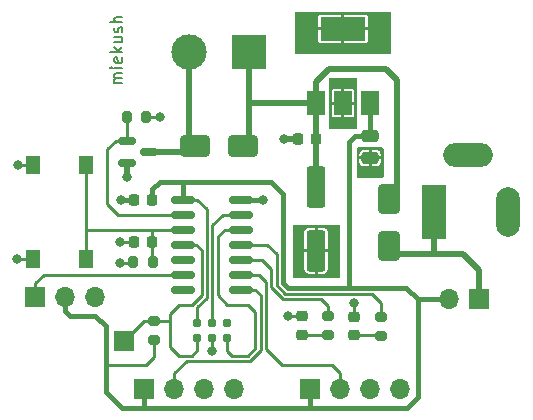
<source format=gbr>
%TF.GenerationSoftware,KiCad,Pcbnew,(7.0.0)*%
%TF.CreationDate,2023-03-04T14:16:48-06:00*%
%TF.ProjectId,pic16-pump-controller,70696331-362d-4707-956d-702d636f6e74,rev?*%
%TF.SameCoordinates,Original*%
%TF.FileFunction,Copper,L1,Top*%
%TF.FilePolarity,Positive*%
%FSLAX46Y46*%
G04 Gerber Fmt 4.6, Leading zero omitted, Abs format (unit mm)*
G04 Created by KiCad (PCBNEW (7.0.0)) date 2023-03-04 14:16:48*
%MOMM*%
%LPD*%
G01*
G04 APERTURE LIST*
G04 Aperture macros list*
%AMRoundRect*
0 Rectangle with rounded corners*
0 $1 Rounding radius*
0 $2 $3 $4 $5 $6 $7 $8 $9 X,Y pos of 4 corners*
0 Add a 4 corners polygon primitive as box body*
4,1,4,$2,$3,$4,$5,$6,$7,$8,$9,$2,$3,0*
0 Add four circle primitives for the rounded corners*
1,1,$1+$1,$2,$3*
1,1,$1+$1,$4,$5*
1,1,$1+$1,$6,$7*
1,1,$1+$1,$8,$9*
0 Add four rect primitives between the rounded corners*
20,1,$1+$1,$2,$3,$4,$5,0*
20,1,$1+$1,$4,$5,$6,$7,0*
20,1,$1+$1,$6,$7,$8,$9,0*
20,1,$1+$1,$8,$9,$2,$3,0*%
G04 Aperture macros list end*
%ADD10C,0.150000*%
%TA.AperFunction,NonConductor*%
%ADD11C,0.150000*%
%TD*%
%TA.AperFunction,ComponentPad*%
%ADD12R,1.700000X1.700000*%
%TD*%
%TA.AperFunction,ComponentPad*%
%ADD13O,1.700000X1.700000*%
%TD*%
%TA.AperFunction,SMDPad,CuDef*%
%ADD14RoundRect,0.250000X-0.550000X1.500000X-0.550000X-1.500000X0.550000X-1.500000X0.550000X1.500000X0*%
%TD*%
%TA.AperFunction,SMDPad,CuDef*%
%ADD15RoundRect,0.250000X1.000000X0.650000X-1.000000X0.650000X-1.000000X-0.650000X1.000000X-0.650000X0*%
%TD*%
%TA.AperFunction,SMDPad,CuDef*%
%ADD16RoundRect,0.225000X0.225000X0.250000X-0.225000X0.250000X-0.225000X-0.250000X0.225000X-0.250000X0*%
%TD*%
%TA.AperFunction,SMDPad,CuDef*%
%ADD17RoundRect,0.200000X0.275000X-0.200000X0.275000X0.200000X-0.275000X0.200000X-0.275000X-0.200000X0*%
%TD*%
%TA.AperFunction,SMDPad,CuDef*%
%ADD18RoundRect,0.200000X-0.200000X-0.275000X0.200000X-0.275000X0.200000X0.275000X-0.200000X0.275000X0*%
%TD*%
%TA.AperFunction,SMDPad,CuDef*%
%ADD19RoundRect,0.250000X-0.475000X0.250000X-0.475000X-0.250000X0.475000X-0.250000X0.475000X0.250000X0*%
%TD*%
%TA.AperFunction,SMDPad,CuDef*%
%ADD20RoundRect,0.200000X-0.275000X0.200000X-0.275000X-0.200000X0.275000X-0.200000X0.275000X0.200000X0*%
%TD*%
%TA.AperFunction,ComponentPad*%
%ADD21R,3.000000X3.000000*%
%TD*%
%TA.AperFunction,ComponentPad*%
%ADD22C,3.000000*%
%TD*%
%TA.AperFunction,ComponentPad*%
%ADD23R,2.000000X4.600000*%
%TD*%
%TA.AperFunction,ComponentPad*%
%ADD24O,2.000000X4.200000*%
%TD*%
%TA.AperFunction,ComponentPad*%
%ADD25O,4.200000X2.000000*%
%TD*%
%TA.AperFunction,SMDPad,CuDef*%
%ADD26RoundRect,0.150000X-0.825000X-0.150000X0.825000X-0.150000X0.825000X0.150000X-0.825000X0.150000X0*%
%TD*%
%TA.AperFunction,SMDPad,CuDef*%
%ADD27RoundRect,0.150000X-0.587500X-0.150000X0.587500X-0.150000X0.587500X0.150000X-0.587500X0.150000X0*%
%TD*%
%TA.AperFunction,SMDPad,CuDef*%
%ADD28RoundRect,0.218750X-0.256250X0.218750X-0.256250X-0.218750X0.256250X-0.218750X0.256250X0.218750X0*%
%TD*%
%TA.AperFunction,SMDPad,CuDef*%
%ADD29R,1.500000X2.000000*%
%TD*%
%TA.AperFunction,SMDPad,CuDef*%
%ADD30R,3.800000X2.000000*%
%TD*%
%TA.AperFunction,ConnectorPad*%
%ADD31C,0.787400*%
%TD*%
%TA.AperFunction,SMDPad,CuDef*%
%ADD32RoundRect,0.250000X-0.650000X1.000000X-0.650000X-1.000000X0.650000X-1.000000X0.650000X1.000000X0*%
%TD*%
%TA.AperFunction,SMDPad,CuDef*%
%ADD33R,1.300000X1.550000*%
%TD*%
%TA.AperFunction,ViaPad*%
%ADD34C,0.800000*%
%TD*%
%TA.AperFunction,Conductor*%
%ADD35C,0.508000*%
%TD*%
%TA.AperFunction,Conductor*%
%ADD36C,0.381000*%
%TD*%
%TA.AperFunction,Conductor*%
%ADD37C,0.254000*%
%TD*%
G04 APERTURE END LIST*
D10*
D11*
X87310780Y-89119104D02*
X86644114Y-89119104D01*
X86739352Y-89119104D02*
X86691733Y-89071485D01*
X86691733Y-89071485D02*
X86644114Y-88976247D01*
X86644114Y-88976247D02*
X86644114Y-88833390D01*
X86644114Y-88833390D02*
X86691733Y-88738152D01*
X86691733Y-88738152D02*
X86786971Y-88690533D01*
X86786971Y-88690533D02*
X87310780Y-88690533D01*
X86786971Y-88690533D02*
X86691733Y-88642914D01*
X86691733Y-88642914D02*
X86644114Y-88547676D01*
X86644114Y-88547676D02*
X86644114Y-88404819D01*
X86644114Y-88404819D02*
X86691733Y-88309580D01*
X86691733Y-88309580D02*
X86786971Y-88261961D01*
X86786971Y-88261961D02*
X87310780Y-88261961D01*
X87310780Y-87785771D02*
X86644114Y-87785771D01*
X86310780Y-87785771D02*
X86358400Y-87833390D01*
X86358400Y-87833390D02*
X86406019Y-87785771D01*
X86406019Y-87785771D02*
X86358400Y-87738152D01*
X86358400Y-87738152D02*
X86310780Y-87785771D01*
X86310780Y-87785771D02*
X86406019Y-87785771D01*
X87263161Y-86928629D02*
X87310780Y-87023867D01*
X87310780Y-87023867D02*
X87310780Y-87214343D01*
X87310780Y-87214343D02*
X87263161Y-87309581D01*
X87263161Y-87309581D02*
X87167923Y-87357200D01*
X87167923Y-87357200D02*
X86786971Y-87357200D01*
X86786971Y-87357200D02*
X86691733Y-87309581D01*
X86691733Y-87309581D02*
X86644114Y-87214343D01*
X86644114Y-87214343D02*
X86644114Y-87023867D01*
X86644114Y-87023867D02*
X86691733Y-86928629D01*
X86691733Y-86928629D02*
X86786971Y-86881010D01*
X86786971Y-86881010D02*
X86882209Y-86881010D01*
X86882209Y-86881010D02*
X86977447Y-87357200D01*
X87310780Y-86452438D02*
X86310780Y-86452438D01*
X86929828Y-86357200D02*
X87310780Y-86071486D01*
X86644114Y-86071486D02*
X87025066Y-86452438D01*
X86644114Y-85214343D02*
X87310780Y-85214343D01*
X86644114Y-85642914D02*
X87167923Y-85642914D01*
X87167923Y-85642914D02*
X87263161Y-85595295D01*
X87263161Y-85595295D02*
X87310780Y-85500057D01*
X87310780Y-85500057D02*
X87310780Y-85357200D01*
X87310780Y-85357200D02*
X87263161Y-85261962D01*
X87263161Y-85261962D02*
X87215542Y-85214343D01*
X87263161Y-84785771D02*
X87310780Y-84690533D01*
X87310780Y-84690533D02*
X87310780Y-84500057D01*
X87310780Y-84500057D02*
X87263161Y-84404819D01*
X87263161Y-84404819D02*
X87167923Y-84357200D01*
X87167923Y-84357200D02*
X87120304Y-84357200D01*
X87120304Y-84357200D02*
X87025066Y-84404819D01*
X87025066Y-84404819D02*
X86977447Y-84500057D01*
X86977447Y-84500057D02*
X86977447Y-84642914D01*
X86977447Y-84642914D02*
X86929828Y-84738152D01*
X86929828Y-84738152D02*
X86834590Y-84785771D01*
X86834590Y-84785771D02*
X86786971Y-84785771D01*
X86786971Y-84785771D02*
X86691733Y-84738152D01*
X86691733Y-84738152D02*
X86644114Y-84642914D01*
X86644114Y-84642914D02*
X86644114Y-84500057D01*
X86644114Y-84500057D02*
X86691733Y-84404819D01*
X87310780Y-83928628D02*
X86310780Y-83928628D01*
X87310780Y-83500057D02*
X86786971Y-83500057D01*
X86786971Y-83500057D02*
X86691733Y-83547676D01*
X86691733Y-83547676D02*
X86644114Y-83642914D01*
X86644114Y-83642914D02*
X86644114Y-83785771D01*
X86644114Y-83785771D02*
X86691733Y-83881009D01*
X86691733Y-83881009D02*
X86739352Y-83928628D01*
D12*
%TO.P,TP1,1,1*%
%TO.N,RST*%
X87426799Y-110896399D03*
%TD*%
D13*
%TO.P,JP1,2,B*%
%TO.N,+5V*%
X114959999Y-107391199D03*
D12*
%TO.P,JP1,1,A*%
%TO.N,/VIN*%
X117499999Y-107391199D03*
%TD*%
%TO.P,J6,1,Pin_1*%
%TO.N,SOIL_MST*%
X79959999Y-107249999D03*
D13*
%TO.P,J6,2,Pin_2*%
%TO.N,+5V*%
X82499999Y-107249999D03*
%TO.P,J6,3,Pin_3*%
%TO.N,GND*%
X85039999Y-107249999D03*
%TD*%
D12*
%TO.P,J4,1,Pin_1*%
%TO.N,+5V*%
X103189999Y-114999999D03*
D13*
%TO.P,J4,2,Pin_2*%
%TO.N,LVL_SW2*%
X105729999Y-114999999D03*
%TO.P,J4,3,Pin_3*%
%TO.N,GND*%
X108269999Y-114999999D03*
%TO.P,J4,4,Pin_4*%
X110809999Y-114999999D03*
%TD*%
D12*
%TO.P,J3,1,Pin_1*%
%TO.N,+5V*%
X89189999Y-114999999D03*
D13*
%TO.P,J3,2,Pin_2*%
%TO.N,LVL_SW1*%
X91729999Y-114999999D03*
%TO.P,J3,3,Pin_3*%
%TO.N,GND*%
X94269999Y-114999999D03*
%TO.P,J3,4,Pin_4*%
X96809999Y-114999999D03*
%TD*%
D14*
%TO.P,C1,2*%
%TO.N,GND*%
X103733600Y-103284000D03*
%TO.P,C1,1*%
%TO.N,+12V*%
X103733600Y-97884000D03*
%TD*%
D15*
%TO.P,D1,1,K*%
%TO.N,+12V*%
X97500000Y-94411800D03*
%TO.P,D1,2,A*%
%TO.N,/PUMP_N*%
X93500000Y-94411800D03*
%TD*%
D16*
%TO.P,C4,1*%
%TO.N,+5V*%
X89852800Y-98958400D03*
%TO.P,C4,2*%
%TO.N,GND*%
X88302800Y-98958400D03*
%TD*%
D17*
%TO.P,R5,1*%
%TO.N,+5V*%
X90017600Y-110857800D03*
%TO.P,R5,2*%
%TO.N,RST*%
X90017600Y-109207800D03*
%TD*%
D18*
%TO.P,R2,1*%
%TO.N,+5V*%
X88252800Y-104267000D03*
%TO.P,R2,2*%
%TO.N,PUMP_SW*%
X89902800Y-104267000D03*
%TD*%
D19*
%TO.P,C3,2*%
%TO.N,GND*%
X108294200Y-95438000D03*
%TO.P,C3,1*%
%TO.N,+5V*%
X108294200Y-93538000D03*
%TD*%
D20*
%TO.P,R4,1*%
%TO.N,PUMP_LED*%
X109220000Y-108877600D03*
%TO.P,R4,2*%
%TO.N,Net-(D4-A)*%
X109220000Y-110527600D03*
%TD*%
D21*
%TO.P,J1,1,Pin_1*%
%TO.N,+12V*%
X98039999Y-86499999D03*
D22*
%TO.P,J1,2,Pin_2*%
%TO.N,/PUMP_N*%
X92960000Y-86500000D03*
%TD*%
D23*
%TO.P,J2,1*%
%TO.N,/VIN*%
X113690399Y-99999999D03*
D24*
%TO.P,J2,2*%
%TO.N,GND*%
X119990399Y-99999999D03*
D25*
%TO.P,J2,3*%
X116590399Y-95199999D03*
%TD*%
D26*
%TO.P,U2,1,VDD*%
%TO.N,+5V*%
X92444800Y-98958400D03*
%TO.P,U2,2,RA5*%
%TO.N,PUMP_EN*%
X92444800Y-100228400D03*
%TO.P,U2,3,RA4*%
%TO.N,PUMP_SW*%
X92444800Y-101498400D03*
%TO.P,U2,4,RA3/~{MCLR}*%
%TO.N,RST*%
X92444800Y-102768400D03*
%TO.P,U2,5,RC5*%
%TO.N,unconnected-(U2-RC5-Pad5)*%
X92444800Y-104038400D03*
%TO.P,U2,6,RC4*%
%TO.N,SOIL_MST*%
X92444800Y-105308400D03*
%TO.P,U2,7,RC3*%
%TO.N,unconnected-(U2-RC3-Pad7)*%
X92444800Y-106578400D03*
%TO.P,U2,8,RC2*%
%TO.N,LVL_SW1*%
X97394800Y-106578400D03*
%TO.P,U2,9,RC1*%
%TO.N,LVL_SW2*%
X97394800Y-105308400D03*
%TO.P,U2,10,RC0*%
%TO.N,EN_LED*%
X97394800Y-104038400D03*
%TO.P,U2,11,RA2*%
%TO.N,PUMP_LED*%
X97394800Y-102768400D03*
%TO.P,U2,12,RA1/PGC*%
%TO.N,ICSPCLK*%
X97394800Y-101498400D03*
%TO.P,U2,13,RA0/PGD*%
%TO.N,ICSPDAT*%
X97394800Y-100228400D03*
%TO.P,U2,14,VSS*%
%TO.N,GND*%
X97394800Y-98958400D03*
%TD*%
D27*
%TO.P,Q1,1,G*%
%TO.N,PUMP_EN*%
X87706200Y-93985000D03*
%TO.P,Q1,2,S*%
%TO.N,GND*%
X87706200Y-95885000D03*
%TO.P,Q1,3,D*%
%TO.N,/PUMP_N*%
X89581200Y-94935000D03*
%TD*%
D18*
%TO.P,R1,1*%
%TO.N,PUMP_EN*%
X87694000Y-91998800D03*
%TO.P,R1,2*%
%TO.N,GND*%
X89344000Y-91998800D03*
%TD*%
D28*
%TO.P,D3,1,K*%
%TO.N,GND*%
X102539800Y-108838900D03*
%TO.P,D3,2,A*%
%TO.N,Net-(D3-A)*%
X102539800Y-110413900D03*
%TD*%
D16*
%TO.P,C5,1*%
%TO.N,PUMP_SW*%
X89852800Y-102565200D03*
%TO.P,C5,2*%
%TO.N,GND*%
X88302800Y-102565200D03*
%TD*%
D29*
%TO.P,U1,1,IN*%
%TO.N,+12V*%
X103694199Y-90804999D03*
%TO.P,U1,2,GND*%
%TO.N,GND*%
X105994199Y-90804999D03*
D30*
X105994199Y-84504999D03*
D29*
%TO.P,U1,3,OUT*%
%TO.N,+5V*%
X108294199Y-90804999D03*
%TD*%
D16*
%TO.P,C2,2*%
%TO.N,GND*%
X102171200Y-93827600D03*
%TO.P,C2,1*%
%TO.N,+12V*%
X103721200Y-93827600D03*
%TD*%
D31*
%TO.P,J5,1,~{MCLR}/VPP*%
%TO.N,RST*%
X93675200Y-110667800D03*
%TO.P,J5,2,VDD*%
%TO.N,+5V*%
X93675200Y-109397800D03*
%TO.P,J5,3,VSS*%
%TO.N,GND*%
X94945200Y-110667800D03*
%TO.P,J5,4,PGD/ICSPDAT*%
%TO.N,ICSPDAT*%
X94945200Y-109397800D03*
%TO.P,J5,5,PGC/ICSPCLK*%
%TO.N,ICSPCLK*%
X96215200Y-110667800D03*
%TO.P,J5,6,PGM/LVP*%
%TO.N,unconnected-(J5-PGM{slash}LVP-Pad6)*%
X96215200Y-109397800D03*
%TD*%
D28*
%TO.P,D4,1,K*%
%TO.N,GND*%
X106934000Y-108864300D03*
%TO.P,D4,2,A*%
%TO.N,Net-(D4-A)*%
X106934000Y-110439300D03*
%TD*%
D20*
%TO.P,R3,1*%
%TO.N,EN_LED*%
X104749600Y-108801400D03*
%TO.P,R3,2*%
%TO.N,Net-(D3-A)*%
X104749600Y-110451400D03*
%TD*%
D32*
%TO.P,D2,2,A*%
%TO.N,/VIN*%
X109931200Y-102914200D03*
%TO.P,D2,1,K*%
%TO.N,+12V*%
X109931200Y-98914200D03*
%TD*%
D33*
%TO.P,SW1,1,1*%
%TO.N,PUMP_SW*%
X84249999Y-96024999D03*
X84249999Y-103974999D03*
%TO.P,SW1,2,2*%
%TO.N,GND*%
X79749999Y-96024999D03*
X79749999Y-103974999D03*
%TD*%
D34*
%TO.N,GND*%
X78486000Y-96012000D03*
X78435200Y-103987600D03*
%TO.N,+5V*%
X87122000Y-104292400D03*
%TO.N,GND*%
X101041200Y-93827600D03*
X105257600Y-101981000D03*
X105257600Y-104648000D03*
X105257600Y-103284000D03*
X102235000Y-104648000D03*
X102235000Y-101981000D03*
X102514400Y-84505000D03*
X102514400Y-83667600D03*
X102514400Y-85344000D03*
X109474000Y-84505000D03*
X109474000Y-83667600D03*
X109474000Y-85344000D03*
X108508800Y-83668400D03*
X108508800Y-84505800D03*
X108508800Y-85344800D03*
X106857800Y-86106000D03*
X107721400Y-86106000D03*
X105130600Y-86106000D03*
X105994200Y-86106000D03*
X104267000Y-86106000D03*
X103479600Y-83667600D03*
X103479600Y-85344000D03*
X103479600Y-84505000D03*
X107862400Y-96647000D03*
X108726000Y-96647000D03*
X105562400Y-89154000D03*
X106426000Y-89154000D03*
X106426000Y-92456000D03*
X105562400Y-92456000D03*
X102235000Y-103284000D03*
X87147400Y-102565200D03*
X106908600Y-107696000D03*
X101320600Y-108839000D03*
X94945200Y-111760000D03*
X87706200Y-97053400D03*
X87172800Y-98958400D03*
X90500200Y-91998800D03*
X99187000Y-98958400D03*
%TD*%
D35*
%TO.N,GND*%
X101041200Y-93827600D02*
X102171200Y-93827600D01*
D36*
X87172800Y-98958400D02*
X88302800Y-98958400D01*
X97394800Y-98958400D02*
X99187000Y-98958400D01*
D37*
%TO.N,+5V*%
X89357200Y-112979200D02*
X90017600Y-112318800D01*
X85902800Y-112979200D02*
X89357200Y-112979200D01*
D36*
X85902800Y-112979200D02*
X85902800Y-109677200D01*
X85902800Y-115214400D02*
X85902800Y-112979200D01*
D37*
X90017600Y-112318800D02*
X90017600Y-110857800D01*
D36*
X112318800Y-107391200D02*
X114960000Y-107391200D01*
X112318800Y-107391200D02*
X112318800Y-115671600D01*
X111344100Y-106416500D02*
X112318800Y-107391200D01*
X106476800Y-106416500D02*
X111344100Y-106416500D01*
X112318800Y-115671600D02*
X111404400Y-116586000D01*
X111404400Y-116586000D02*
X103174800Y-116586000D01*
D35*
%TO.N,/VIN*%
X117500000Y-104952400D02*
X117500000Y-107391200D01*
X113690400Y-103581200D02*
X116128800Y-103581200D01*
X116128800Y-103581200D02*
X117500000Y-104952400D01*
X110598200Y-103581200D02*
X113690400Y-103581200D01*
X113690400Y-103581200D02*
X113690400Y-100000000D01*
X109931200Y-102914200D02*
X110598200Y-103581200D01*
D37*
%TO.N,LVL_SW1*%
X91730000Y-113654400D02*
X91730000Y-115000000D01*
X98130452Y-112620400D02*
X92764000Y-112620400D01*
X92764000Y-112620400D02*
X91730000Y-113654400D01*
X99031400Y-107057800D02*
X99031400Y-111719452D01*
X99031400Y-111719452D02*
X98130452Y-112620400D01*
X98552000Y-106578400D02*
X99031400Y-107057800D01*
X97394800Y-106578400D02*
X98552000Y-106578400D01*
%TO.N,LVL_SW2*%
X105105200Y-112979200D02*
X105730000Y-113604000D01*
X105730000Y-113604000D02*
X105730000Y-115000000D01*
X100812600Y-112979200D02*
X105105200Y-112979200D01*
X99485400Y-105937000D02*
X99485400Y-111652000D01*
X98856800Y-105308400D02*
X99485400Y-105937000D01*
X97394800Y-105308400D02*
X98856800Y-105308400D01*
X99485400Y-111652000D02*
X100812600Y-112979200D01*
D36*
%TO.N,+5V*%
X103190000Y-116570800D02*
X103174800Y-116586000D01*
X103190000Y-115000000D02*
X103190000Y-116570800D01*
X103174800Y-116586000D02*
X89204800Y-116586000D01*
X89190000Y-116571200D02*
X89204800Y-116586000D01*
X89190000Y-115000000D02*
X89190000Y-116571200D01*
X89204800Y-116586000D02*
X87274400Y-116586000D01*
D37*
%TO.N,GND*%
X79737400Y-103987600D02*
X79750000Y-103975000D01*
X78435200Y-103987600D02*
X79737400Y-103987600D01*
X79737000Y-96012000D02*
X79750000Y-96025000D01*
X78486000Y-96012000D02*
X79737000Y-96012000D01*
%TO.N,+5V*%
X88227400Y-104292400D02*
X88252800Y-104267000D01*
X87122000Y-104292400D02*
X88227400Y-104292400D01*
D36*
X82500000Y-108408000D02*
X82500000Y-107250000D01*
X82905600Y-108813600D02*
X82500000Y-108408000D01*
X85902800Y-109677200D02*
X85039200Y-108813600D01*
X85039200Y-108813600D02*
X82905600Y-108813600D01*
X87274400Y-116586000D02*
X85902800Y-115214400D01*
D37*
%TO.N,RST*%
X89115400Y-109207800D02*
X90017600Y-109207800D01*
X87426800Y-110896400D02*
X89115400Y-109207800D01*
X91274400Y-109207800D02*
X91313000Y-109169200D01*
X90017600Y-109207800D02*
X91274400Y-109207800D01*
X91313000Y-108635800D02*
X91313000Y-109169200D01*
X91313000Y-109169200D02*
X91313000Y-111404400D01*
D36*
%TO.N,+5V*%
X101338808Y-106416500D02*
X106476800Y-106416500D01*
X100910900Y-98472500D02*
X100910900Y-105988592D01*
X99898200Y-97459800D02*
X100910900Y-98472500D01*
X94538800Y-97459800D02*
X99898200Y-97459800D01*
X100910900Y-105988592D02*
X101338808Y-106416500D01*
D37*
%TO.N,PUMP_LED*%
X99568000Y-102768400D02*
X97394800Y-102768400D01*
X108470700Y-106934000D02*
X101124452Y-106934000D01*
X100393400Y-106202948D02*
X100393400Y-103593800D01*
X109220000Y-107683300D02*
X108470700Y-106934000D01*
X101124452Y-106934000D02*
X100393400Y-106202948D01*
X100393400Y-103593800D02*
X99568000Y-102768400D01*
X109220000Y-108877600D02*
X109220000Y-107683300D01*
%TO.N,EN_LED*%
X104162201Y-107388001D02*
X100936401Y-107388001D01*
X100936401Y-107388001D02*
X99939400Y-106391000D01*
X104749600Y-107975400D02*
X104162201Y-107388001D01*
X99939400Y-106391000D02*
X99939400Y-104816200D01*
X99939400Y-104816200D02*
X99161600Y-104038400D01*
X104749600Y-108801400D02*
X104749600Y-107975400D01*
X99161600Y-104038400D02*
X97394800Y-104038400D01*
%TO.N,RST*%
X93675200Y-111709200D02*
X93675200Y-110667800D01*
X92075000Y-112166400D02*
X93218000Y-112166400D01*
X91313000Y-111404400D02*
X92075000Y-112166400D01*
X93218000Y-112166400D02*
X93675200Y-111709200D01*
%TO.N,SOIL_MST*%
X80670400Y-105308400D02*
X92444800Y-105308400D01*
X79960000Y-106018800D02*
X80670400Y-105308400D01*
X79960000Y-107250000D02*
X79960000Y-106018800D01*
%TO.N,+5V*%
X93675200Y-98958400D02*
X92444800Y-98958400D01*
X94491200Y-99774400D02*
X93675200Y-98958400D01*
X94491200Y-107268052D02*
X94491200Y-99774400D01*
X93675200Y-109397800D02*
X93675200Y-108084053D01*
X93675200Y-108084053D02*
X94491200Y-107268052D01*
D35*
%TO.N,+12V*%
X98065400Y-90805000D02*
X98040000Y-90779600D01*
X103694200Y-90805000D02*
X98065400Y-90805000D01*
X98040000Y-90779600D02*
X98040000Y-93871800D01*
X98040000Y-86500000D02*
X98040000Y-90779600D01*
X103694200Y-90805000D02*
X103567200Y-90678000D01*
X98040000Y-93871800D02*
X97500000Y-94411800D01*
%TO.N,/PUMP_N*%
X92960000Y-86500000D02*
X92960000Y-93871800D01*
X92960000Y-93871800D02*
X93500000Y-94411800D01*
X89581200Y-94935000D02*
X92976800Y-94935000D01*
X92976800Y-94935000D02*
X93500000Y-94411800D01*
D37*
%TO.N,GND*%
X87147400Y-102565200D02*
X88302800Y-102565200D01*
%TO.N,PUMP_SW*%
X89865200Y-101498400D02*
X84292000Y-101498400D01*
X84250000Y-96025000D02*
X84250000Y-103975000D01*
%TO.N,GND*%
X89344000Y-91998800D02*
X90500200Y-91998800D01*
D36*
%TO.N,+5V*%
X107020400Y-93538000D02*
X106476800Y-94081600D01*
X108294200Y-93538000D02*
X107020400Y-93538000D01*
X106476800Y-94081600D02*
X106476800Y-106416500D01*
D37*
%TO.N,GND*%
X106908600Y-108838900D02*
X106934000Y-108864300D01*
X106908600Y-107696000D02*
X106908600Y-108838900D01*
D36*
%TO.N,+5V*%
X108294200Y-90805000D02*
X108294200Y-93538000D01*
D35*
%TO.N,/PUMP_N*%
X93141800Y-93948000D02*
X93605600Y-94411800D01*
%TO.N,+12V*%
X104775000Y-87884000D02*
X103694200Y-88964800D01*
X109601000Y-87884000D02*
X104775000Y-87884000D01*
X110566200Y-88849200D02*
X109601000Y-87884000D01*
X103694200Y-88964800D02*
X103694200Y-90805000D01*
X109931200Y-98914200D02*
X110566200Y-98279200D01*
X110566200Y-98279200D02*
X110566200Y-88849200D01*
D37*
%TO.N,GND*%
X102539700Y-108839000D02*
X102539800Y-108838900D01*
X101320600Y-108839000D02*
X102539700Y-108839000D01*
D35*
%TO.N,+12V*%
X98221800Y-93795600D02*
X97605600Y-94411800D01*
X103733600Y-97884000D02*
X103733600Y-93662200D01*
X103721200Y-97871600D02*
X103733600Y-97884000D01*
X103721200Y-93649800D02*
X103721200Y-90832000D01*
X103721200Y-90324400D02*
X103719600Y-90322800D01*
X103733600Y-93662200D02*
X103721200Y-93649800D01*
X103721200Y-90832000D02*
X103694200Y-90805000D01*
D37*
%TO.N,PUMP_EN*%
X86029800Y-94716600D02*
X86761400Y-93985000D01*
X86029800Y-99314000D02*
X86029800Y-94716600D01*
X86944200Y-100228400D02*
X86029800Y-99314000D01*
X86761400Y-93985000D02*
X87706200Y-93985000D01*
X92444800Y-100228400D02*
X86944200Y-100228400D01*
%TO.N,PUMP_SW*%
X89852800Y-102565200D02*
X89852800Y-104217000D01*
X89852800Y-104217000D02*
X89902800Y-104267000D01*
X89852800Y-101510800D02*
X89865200Y-101498400D01*
X89852800Y-102565200D02*
X89852800Y-101510800D01*
X92444800Y-101498400D02*
X89865200Y-101498400D01*
D36*
%TO.N,+5V*%
X92444800Y-97499400D02*
X92405200Y-97459800D01*
X92405200Y-97459800D02*
X90474800Y-97459800D01*
X92444800Y-98958400D02*
X92444800Y-97499400D01*
X94538800Y-97459800D02*
X92405200Y-97459800D01*
D37*
%TO.N,GND*%
X94945200Y-110667800D02*
X94945200Y-111760000D01*
D35*
X87706200Y-95885000D02*
X87706200Y-97053400D01*
D36*
%TO.N,+5V*%
X89852800Y-98081800D02*
X89852800Y-98958400D01*
D37*
X94488000Y-97510600D02*
X94538800Y-97459800D01*
D36*
X90474800Y-97459800D02*
X89852800Y-98081800D01*
D37*
%TO.N,Net-(D3-A)*%
X104712100Y-110413900D02*
X104749600Y-110451400D01*
X102539800Y-110413900D02*
X104712100Y-110413900D01*
%TO.N,Net-(D4-A)*%
X109131700Y-110439300D02*
X109220000Y-110527600D01*
X106934000Y-110439300D02*
X109131700Y-110439300D01*
%TO.N,ICSPDAT*%
X94945200Y-101092000D02*
X95808800Y-100228400D01*
X95808800Y-100228400D02*
X97394800Y-100228400D01*
X94945200Y-109397800D02*
X94945200Y-101092000D01*
%TO.N,RST*%
X94037200Y-103257400D02*
X94037200Y-107080000D01*
X93243400Y-107873800D02*
X92075000Y-107873800D01*
X92075000Y-107873800D02*
X91313000Y-108635800D01*
X93548200Y-102768400D02*
X94037200Y-103257400D01*
X94037200Y-107080000D02*
X93243400Y-107873800D01*
X92444800Y-102768400D02*
X93548200Y-102768400D01*
%TO.N,ICSPCLK*%
X95986600Y-101498400D02*
X95399200Y-102085800D01*
X96215200Y-107848400D02*
X97942400Y-107848400D01*
X97942400Y-112166400D02*
X96596200Y-112166400D01*
X95399200Y-107032400D02*
X96215200Y-107848400D01*
X95399200Y-102085800D02*
X95399200Y-107032400D01*
X97394800Y-101498400D02*
X95986600Y-101498400D01*
X96215200Y-111785400D02*
X96215200Y-110667800D01*
X98577400Y-108483400D02*
X98577400Y-111531400D01*
X98577400Y-111531400D02*
X97942400Y-112166400D01*
X96596200Y-112166400D02*
X96215200Y-111785400D01*
X97942400Y-107848400D02*
X98577400Y-108483400D01*
%TO.N,PUMP_EN*%
X87694000Y-91998800D02*
X87694000Y-93972800D01*
X87694000Y-93972800D02*
X87706200Y-93985000D01*
%TD*%
%TA.AperFunction,Conductor*%
%TO.N,GND*%
G36*
X107138500Y-88659263D02*
G01*
X107174737Y-88695500D01*
X107188000Y-88745000D01*
X107188000Y-92865000D01*
X107174737Y-92914500D01*
X107138500Y-92950737D01*
X107089000Y-92964000D01*
X104874000Y-92964000D01*
X104824500Y-92950737D01*
X104788263Y-92914500D01*
X104775000Y-92865000D01*
X104775000Y-91819840D01*
X105044200Y-91819840D01*
X105045147Y-91829461D01*
X105053901Y-91873473D01*
X105061220Y-91891142D01*
X105094589Y-91941082D01*
X105108117Y-91954610D01*
X105158057Y-91987979D01*
X105175726Y-91995298D01*
X105219738Y-92004052D01*
X105229360Y-92005000D01*
X105854167Y-92005000D01*
X105864445Y-92002245D01*
X105867200Y-91991967D01*
X106121200Y-91991967D01*
X106123954Y-92002245D01*
X106134233Y-92005000D01*
X106759040Y-92005000D01*
X106768661Y-92004052D01*
X106812673Y-91995298D01*
X106830342Y-91987979D01*
X106880282Y-91954610D01*
X106893810Y-91941082D01*
X106927179Y-91891142D01*
X106934498Y-91873473D01*
X106943252Y-91829461D01*
X106944200Y-91819840D01*
X106944200Y-90945033D01*
X106941445Y-90934754D01*
X106931167Y-90932000D01*
X106134233Y-90932000D01*
X106123954Y-90934754D01*
X106121200Y-90945033D01*
X106121200Y-91991967D01*
X105867200Y-91991967D01*
X105867200Y-90945033D01*
X105864445Y-90934754D01*
X105854167Y-90932000D01*
X105057233Y-90932000D01*
X105046954Y-90934754D01*
X105044200Y-90945033D01*
X105044200Y-91819840D01*
X104775000Y-91819840D01*
X104775000Y-90664967D01*
X105044200Y-90664967D01*
X105046954Y-90675245D01*
X105057233Y-90678000D01*
X105854167Y-90678000D01*
X105864445Y-90675245D01*
X105867200Y-90664967D01*
X106121200Y-90664967D01*
X106123954Y-90675245D01*
X106134233Y-90678000D01*
X106931167Y-90678000D01*
X106941445Y-90675245D01*
X106944200Y-90664967D01*
X106944200Y-89790160D01*
X106943252Y-89780538D01*
X106934498Y-89736526D01*
X106927179Y-89718857D01*
X106893810Y-89668917D01*
X106880282Y-89655389D01*
X106830342Y-89622020D01*
X106812673Y-89614701D01*
X106768661Y-89605947D01*
X106759040Y-89605000D01*
X106134233Y-89605000D01*
X106123954Y-89607754D01*
X106121200Y-89618033D01*
X106121200Y-90664967D01*
X105867200Y-90664967D01*
X105867200Y-89618033D01*
X105864445Y-89607754D01*
X105854167Y-89605000D01*
X105229360Y-89605000D01*
X105219738Y-89605947D01*
X105175726Y-89614701D01*
X105158057Y-89622020D01*
X105108117Y-89655389D01*
X105094589Y-89668917D01*
X105061220Y-89718857D01*
X105053901Y-89736526D01*
X105045147Y-89780538D01*
X105044200Y-89790160D01*
X105044200Y-90664967D01*
X104775000Y-90664967D01*
X104775000Y-88745000D01*
X104788263Y-88695500D01*
X104824500Y-88659263D01*
X104874000Y-88646000D01*
X107089000Y-88646000D01*
X107138500Y-88659263D01*
G37*
%TD.AperFunction*%
%TD*%
%TA.AperFunction,Conductor*%
%TO.N,GND*%
G36*
X109387700Y-94552063D02*
G01*
X109423937Y-94588300D01*
X109437200Y-94637800D01*
X109437200Y-97030600D01*
X109423937Y-97080100D01*
X109387700Y-97116337D01*
X109338200Y-97129600D01*
X107250200Y-97129600D01*
X107200700Y-97116337D01*
X107164463Y-97080100D01*
X107151200Y-97030600D01*
X107151200Y-95739888D01*
X107369201Y-95739888D01*
X107369416Y-95744504D01*
X107371488Y-95766608D01*
X107374039Y-95778288D01*
X107414403Y-95893642D01*
X107421261Y-95906617D01*
X107492998Y-96003817D01*
X107503382Y-96014201D01*
X107600582Y-96085938D01*
X107613557Y-96092796D01*
X107728909Y-96133159D01*
X107740592Y-96135711D01*
X107762700Y-96137784D01*
X107767308Y-96138000D01*
X108154167Y-96138000D01*
X108164445Y-96135245D01*
X108167200Y-96124967D01*
X108167200Y-96124966D01*
X108421200Y-96124966D01*
X108423954Y-96135244D01*
X108434233Y-96137999D01*
X108821088Y-96137999D01*
X108825704Y-96137783D01*
X108847808Y-96135711D01*
X108859488Y-96133160D01*
X108974842Y-96092796D01*
X108987817Y-96085938D01*
X109085017Y-96014201D01*
X109095401Y-96003817D01*
X109167138Y-95906617D01*
X109173996Y-95893642D01*
X109214359Y-95778290D01*
X109216911Y-95766607D01*
X109218984Y-95744499D01*
X109219200Y-95739892D01*
X109219200Y-95578033D01*
X109216445Y-95567754D01*
X109206167Y-95565000D01*
X108434233Y-95565000D01*
X108423954Y-95567754D01*
X108421200Y-95578033D01*
X108421200Y-96124966D01*
X108167200Y-96124966D01*
X108167200Y-95578033D01*
X108164445Y-95567754D01*
X108154167Y-95565000D01*
X107382234Y-95565000D01*
X107371955Y-95567754D01*
X107369201Y-95578033D01*
X107369201Y-95739888D01*
X107151200Y-95739888D01*
X107151200Y-95297967D01*
X107369200Y-95297967D01*
X107371954Y-95308245D01*
X107382233Y-95311000D01*
X108154167Y-95311000D01*
X108164445Y-95308245D01*
X108167200Y-95297967D01*
X108421200Y-95297967D01*
X108423954Y-95308245D01*
X108434233Y-95311000D01*
X109206166Y-95311000D01*
X109216444Y-95308245D01*
X109219199Y-95297967D01*
X109219199Y-95136112D01*
X109218983Y-95131495D01*
X109216911Y-95109391D01*
X109214360Y-95097711D01*
X109173996Y-94982357D01*
X109167138Y-94969382D01*
X109095401Y-94872182D01*
X109085017Y-94861798D01*
X108987817Y-94790061D01*
X108974842Y-94783203D01*
X108859490Y-94742840D01*
X108847807Y-94740288D01*
X108825699Y-94738215D01*
X108821092Y-94738000D01*
X108434233Y-94738000D01*
X108423954Y-94740754D01*
X108421200Y-94751033D01*
X108421200Y-95297967D01*
X108167200Y-95297967D01*
X108167200Y-94751034D01*
X108164445Y-94740755D01*
X108154167Y-94738001D01*
X107767312Y-94738001D01*
X107762695Y-94738216D01*
X107740591Y-94740288D01*
X107728911Y-94742839D01*
X107613557Y-94783203D01*
X107600582Y-94790061D01*
X107503382Y-94861798D01*
X107492998Y-94872182D01*
X107421261Y-94969382D01*
X107414403Y-94982357D01*
X107374040Y-95097709D01*
X107371488Y-95109392D01*
X107369415Y-95131500D01*
X107369200Y-95136108D01*
X107369200Y-95297967D01*
X107151200Y-95297967D01*
X107151200Y-94637800D01*
X107164463Y-94588300D01*
X107200700Y-94552063D01*
X107250200Y-94538800D01*
X109338200Y-94538800D01*
X109387700Y-94552063D01*
G37*
%TD.AperFunction*%
%TD*%
%TA.AperFunction,Conductor*%
%TO.N,GND*%
G36*
X110008700Y-83071263D02*
G01*
X110044937Y-83107500D01*
X110058200Y-83157000D01*
X110058200Y-86515000D01*
X110044937Y-86564500D01*
X110008700Y-86600737D01*
X109959200Y-86614000D01*
X102029200Y-86614000D01*
X101979700Y-86600737D01*
X101943463Y-86564500D01*
X101930200Y-86515000D01*
X101930200Y-85519840D01*
X103894200Y-85519840D01*
X103895147Y-85529461D01*
X103903901Y-85573473D01*
X103911220Y-85591142D01*
X103944589Y-85641082D01*
X103958117Y-85654610D01*
X104008057Y-85687979D01*
X104025726Y-85695298D01*
X104069738Y-85704052D01*
X104079360Y-85705000D01*
X105854167Y-85705000D01*
X105864445Y-85702245D01*
X105867200Y-85691967D01*
X106121200Y-85691967D01*
X106123954Y-85702245D01*
X106134233Y-85705000D01*
X107909040Y-85705000D01*
X107918661Y-85704052D01*
X107962673Y-85695298D01*
X107980342Y-85687979D01*
X108030282Y-85654610D01*
X108043810Y-85641082D01*
X108077179Y-85591142D01*
X108084498Y-85573473D01*
X108093252Y-85529461D01*
X108094200Y-85519840D01*
X108094200Y-84645033D01*
X108091445Y-84634754D01*
X108081167Y-84632000D01*
X106134233Y-84632000D01*
X106123954Y-84634754D01*
X106121200Y-84645033D01*
X106121200Y-85691967D01*
X105867200Y-85691967D01*
X105867200Y-84645033D01*
X105864445Y-84634754D01*
X105854167Y-84632000D01*
X103907233Y-84632000D01*
X103896954Y-84634754D01*
X103894200Y-84645033D01*
X103894200Y-85519840D01*
X101930200Y-85519840D01*
X101930200Y-84364967D01*
X103894200Y-84364967D01*
X103896954Y-84375245D01*
X103907233Y-84378000D01*
X105854167Y-84378000D01*
X105864445Y-84375245D01*
X105867200Y-84364967D01*
X106121200Y-84364967D01*
X106123954Y-84375245D01*
X106134233Y-84378000D01*
X108081167Y-84378000D01*
X108091445Y-84375245D01*
X108094200Y-84364967D01*
X108094200Y-83490160D01*
X108093252Y-83480538D01*
X108084498Y-83436526D01*
X108077179Y-83418857D01*
X108043810Y-83368917D01*
X108030282Y-83355389D01*
X107980342Y-83322020D01*
X107962673Y-83314701D01*
X107918661Y-83305947D01*
X107909040Y-83305000D01*
X106134233Y-83305000D01*
X106123954Y-83307754D01*
X106121200Y-83318033D01*
X106121200Y-84364967D01*
X105867200Y-84364967D01*
X105867200Y-83318033D01*
X105864445Y-83307754D01*
X105854167Y-83305000D01*
X104079360Y-83305000D01*
X104069738Y-83305947D01*
X104025726Y-83314701D01*
X104008057Y-83322020D01*
X103958117Y-83355389D01*
X103944589Y-83368917D01*
X103911220Y-83418857D01*
X103903901Y-83436526D01*
X103895147Y-83480538D01*
X103894200Y-83490160D01*
X103894200Y-84364967D01*
X101930200Y-84364967D01*
X101930200Y-83157000D01*
X101943463Y-83107500D01*
X101979700Y-83071263D01*
X102029200Y-83058000D01*
X109959200Y-83058000D01*
X110008700Y-83071263D01*
G37*
%TD.AperFunction*%
%TD*%
%TA.AperFunction,Conductor*%
%TO.N,GND*%
G36*
X105716100Y-101105263D02*
G01*
X105752337Y-101141500D01*
X105765600Y-101191000D01*
X105765600Y-105488800D01*
X105752337Y-105538300D01*
X105716100Y-105574537D01*
X105666600Y-105587800D01*
X101826000Y-105587800D01*
X101776500Y-105574537D01*
X101740263Y-105538300D01*
X101727000Y-105488800D01*
X101727000Y-104835888D01*
X102733601Y-104835888D01*
X102733816Y-104840504D01*
X102735888Y-104862608D01*
X102738439Y-104874288D01*
X102778803Y-104989642D01*
X102785661Y-105002617D01*
X102857398Y-105099817D01*
X102867782Y-105110201D01*
X102964982Y-105181938D01*
X102977957Y-105188796D01*
X103093309Y-105229159D01*
X103104992Y-105231711D01*
X103127100Y-105233784D01*
X103131708Y-105234000D01*
X103593567Y-105234000D01*
X103603845Y-105231245D01*
X103606600Y-105220967D01*
X103606600Y-105220966D01*
X103860600Y-105220966D01*
X103863354Y-105231244D01*
X103873633Y-105233999D01*
X104335488Y-105233999D01*
X104340104Y-105233783D01*
X104362208Y-105231711D01*
X104373888Y-105229160D01*
X104489242Y-105188796D01*
X104502217Y-105181938D01*
X104599417Y-105110201D01*
X104609801Y-105099817D01*
X104681538Y-105002617D01*
X104688396Y-104989642D01*
X104728759Y-104874290D01*
X104731311Y-104862607D01*
X104733384Y-104840499D01*
X104733600Y-104835892D01*
X104733600Y-103424033D01*
X104730845Y-103413754D01*
X104720567Y-103411000D01*
X103873633Y-103411000D01*
X103863354Y-103413754D01*
X103860600Y-103424033D01*
X103860600Y-105220966D01*
X103606600Y-105220966D01*
X103606600Y-103424033D01*
X103603845Y-103413754D01*
X103593567Y-103411000D01*
X102746634Y-103411000D01*
X102736355Y-103413754D01*
X102733601Y-103424033D01*
X102733601Y-104835888D01*
X101727000Y-104835888D01*
X101727000Y-103143967D01*
X102733600Y-103143967D01*
X102736354Y-103154245D01*
X102746633Y-103157000D01*
X103593567Y-103157000D01*
X103603845Y-103154245D01*
X103606600Y-103143967D01*
X103860600Y-103143967D01*
X103863354Y-103154245D01*
X103873633Y-103157000D01*
X104720566Y-103157000D01*
X104730844Y-103154245D01*
X104733599Y-103143967D01*
X104733599Y-101732112D01*
X104733383Y-101727495D01*
X104731311Y-101705391D01*
X104728760Y-101693711D01*
X104688396Y-101578357D01*
X104681538Y-101565382D01*
X104609801Y-101468182D01*
X104599417Y-101457798D01*
X104502217Y-101386061D01*
X104489242Y-101379203D01*
X104373890Y-101338840D01*
X104362207Y-101336288D01*
X104340099Y-101334215D01*
X104335492Y-101334000D01*
X103873633Y-101334000D01*
X103863354Y-101336754D01*
X103860600Y-101347033D01*
X103860600Y-103143967D01*
X103606600Y-103143967D01*
X103606600Y-101347034D01*
X103603845Y-101336755D01*
X103593567Y-101334001D01*
X103131712Y-101334001D01*
X103127095Y-101334216D01*
X103104991Y-101336288D01*
X103093311Y-101338839D01*
X102977957Y-101379203D01*
X102964982Y-101386061D01*
X102867782Y-101457798D01*
X102857398Y-101468182D01*
X102785661Y-101565382D01*
X102778803Y-101578357D01*
X102738440Y-101693709D01*
X102735888Y-101705392D01*
X102733815Y-101727500D01*
X102733600Y-101732108D01*
X102733600Y-103143967D01*
X101727000Y-103143967D01*
X101727000Y-101191000D01*
X101740263Y-101141500D01*
X101776500Y-101105263D01*
X101826000Y-101092000D01*
X105666600Y-101092000D01*
X105716100Y-101105263D01*
G37*
%TD.AperFunction*%
%TD*%
M02*

</source>
